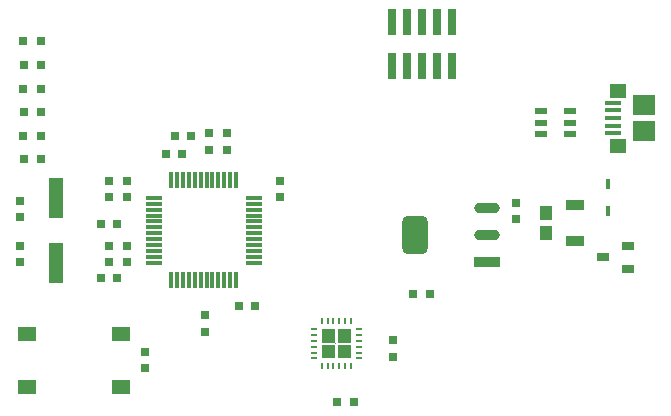
<source format=gtp>
G04*
G04 #@! TF.GenerationSoftware,Altium Limited,Altium Designer,22.0.2 (36)*
G04*
G04 Layer_Color=8421504*
%FSLAX25Y25*%
%MOIN*%
G70*
G04*
G04 #@! TF.SameCoordinates,77FB473F-6002-4E98-9841-083E989A2A2F*
G04*
G04*
G04 #@! TF.FilePolarity,Positive*
G04*
G01*
G75*
%ADD19R,0.03000X0.03000*%
%ADD20R,0.01811X0.03307*%
%ADD21R,0.05807X0.01181*%
%ADD22R,0.01181X0.05807*%
%ADD23R,0.04400X0.02400*%
%ADD24R,0.06102X0.05118*%
%ADD25R,0.03000X0.03000*%
%ADD26R,0.03150X0.03150*%
%ADD27R,0.02362X0.00984*%
%ADD28R,0.00984X0.02362*%
%ADD29R,0.00100X0.00100*%
%ADD30R,0.02992X0.08661*%
%ADD31R,0.04331X0.02559*%
%ADD32R,0.06496X0.03622*%
%ADD33R,0.04166X0.04748*%
G04:AMPARAMS|DCode=34|XSize=85.03mil|YSize=126.46mil|CornerRadius=17.86mil|HoleSize=0mil|Usage=FLASHONLY|Rotation=180.000|XOffset=0mil|YOffset=0mil|HoleType=Round|Shape=RoundedRectangle|*
%AMROUNDEDRECTD34*
21,1,0.08503,0.09075,0,0,180.0*
21,1,0.04932,0.12646,0,0,180.0*
1,1,0.03571,-0.02466,0.04538*
1,1,0.03571,0.02466,0.04538*
1,1,0.03571,0.02466,-0.04538*
1,1,0.03571,-0.02466,-0.04538*
%
%ADD34ROUNDEDRECTD34*%
G04:AMPARAMS|DCode=35|XSize=85.03mil|YSize=35.91mil|CornerRadius=17.96mil|HoleSize=0mil|Usage=FLASHONLY|Rotation=180.000|XOffset=0mil|YOffset=0mil|HoleType=Round|Shape=RoundedRectangle|*
%AMROUNDEDRECTD35*
21,1,0.08503,0.00000,0,0,180.0*
21,1,0.04911,0.03591,0,0,180.0*
1,1,0.03591,-0.02456,0.00000*
1,1,0.03591,0.02456,0.00000*
1,1,0.03591,0.02456,0.00000*
1,1,0.03591,-0.02456,0.00000*
%
%ADD35ROUNDEDRECTD35*%
%ADD36R,0.08503X0.03591*%
%ADD37R,0.05512X0.01575*%
%ADD38R,0.05709X0.04528*%
%ADD39R,0.07480X0.06890*%
%ADD40R,0.04724X0.13780*%
G36*
X437599Y268898D02*
X433071D01*
Y264370D01*
X437599D01*
Y268898D01*
D02*
G37*
G36*
Y274213D02*
X433071D01*
Y269685D01*
X437599D01*
Y274213D01*
D02*
G37*
G36*
X442913Y268898D02*
X438386D01*
Y264370D01*
X442913D01*
Y268898D01*
D02*
G37*
G36*
Y274213D02*
X438386D01*
Y269685D01*
X442913D01*
Y274213D01*
D02*
G37*
D19*
X443695Y250000D02*
D03*
X438195D02*
D03*
X469148Y285925D02*
D03*
X463648D02*
D03*
X333864Y362205D02*
D03*
X339364D02*
D03*
X364955Y291339D02*
D03*
X359455D02*
D03*
X405512Y281890D02*
D03*
X411012D02*
D03*
X386608Y332677D02*
D03*
X381108D02*
D03*
X364955Y309055D02*
D03*
X359455D02*
D03*
X333864Y346457D02*
D03*
X339364D02*
D03*
X389567Y338583D02*
D03*
X384067D02*
D03*
X333864Y330709D02*
D03*
X339364D02*
D03*
D20*
X528543Y313386D02*
D03*
Y322441D02*
D03*
D21*
X410386Y310039D02*
D03*
Y312008D02*
D03*
Y317913D02*
D03*
Y315945D02*
D03*
Y313976D02*
D03*
Y308071D02*
D03*
Y306102D02*
D03*
Y304134D02*
D03*
Y302165D02*
D03*
Y300197D02*
D03*
Y298228D02*
D03*
Y296260D02*
D03*
X377016D02*
D03*
Y298228D02*
D03*
Y300197D02*
D03*
Y302165D02*
D03*
Y304134D02*
D03*
Y306102D02*
D03*
Y308071D02*
D03*
Y310039D02*
D03*
Y312008D02*
D03*
Y313976D02*
D03*
Y315945D02*
D03*
Y317913D02*
D03*
D22*
X382874Y323772D02*
D03*
X384843D02*
D03*
X386811D02*
D03*
X388780D02*
D03*
X390748D02*
D03*
X392717D02*
D03*
X394685D02*
D03*
X396654D02*
D03*
X398622D02*
D03*
X400591D02*
D03*
X402559D02*
D03*
X404528D02*
D03*
Y290402D02*
D03*
X402559D02*
D03*
X400591D02*
D03*
X398622D02*
D03*
X396654D02*
D03*
X394685D02*
D03*
X392717D02*
D03*
X390748D02*
D03*
X388780D02*
D03*
X386811D02*
D03*
X384843D02*
D03*
X382874D02*
D03*
D23*
X515945Y339272D02*
D03*
Y346752D02*
D03*
X506102Y343012D02*
D03*
Y339272D02*
D03*
Y346752D02*
D03*
X515945Y343012D02*
D03*
D24*
X334744Y272638D02*
D03*
X366043D02*
D03*
X334744Y254921D02*
D03*
X366043D02*
D03*
D25*
X394094Y273228D02*
D03*
Y278728D02*
D03*
X497894Y310734D02*
D03*
Y316234D02*
D03*
X419291Y318116D02*
D03*
Y323616D02*
D03*
X368110Y318116D02*
D03*
Y323616D02*
D03*
X362205Y318116D02*
D03*
Y323616D02*
D03*
X368110Y296463D02*
D03*
Y301963D02*
D03*
X362205Y296463D02*
D03*
Y301963D02*
D03*
X374016Y261030D02*
D03*
Y266530D02*
D03*
X332677Y301963D02*
D03*
Y296463D02*
D03*
Y311429D02*
D03*
Y316929D02*
D03*
X456693Y270467D02*
D03*
Y264967D02*
D03*
X395669Y333864D02*
D03*
Y339364D02*
D03*
X401575Y333864D02*
D03*
Y339364D02*
D03*
D26*
X339567Y370079D02*
D03*
X333661D02*
D03*
X339567Y338583D02*
D03*
X333661D02*
D03*
X339567Y354331D02*
D03*
X333661D02*
D03*
D27*
X430512Y274213D02*
D03*
Y272244D02*
D03*
Y270276D02*
D03*
Y268307D02*
D03*
Y266339D02*
D03*
Y264370D02*
D03*
X445472D02*
D03*
Y266339D02*
D03*
Y268307D02*
D03*
Y270276D02*
D03*
Y272244D02*
D03*
Y274213D02*
D03*
D28*
X433071Y261811D02*
D03*
X435039D02*
D03*
X437008D02*
D03*
X438976D02*
D03*
X440945D02*
D03*
X442913D02*
D03*
Y276772D02*
D03*
X440945D02*
D03*
X438976D02*
D03*
X437008D02*
D03*
X435039D02*
D03*
X433071D02*
D03*
D29*
X437992Y269291D02*
D03*
D30*
X456535Y376378D02*
D03*
X461535D02*
D03*
X466535D02*
D03*
X471535D02*
D03*
X476535D02*
D03*
X456535Y361811D02*
D03*
X461535D02*
D03*
X466535D02*
D03*
X471535D02*
D03*
X476535D02*
D03*
D31*
X526772Y298031D02*
D03*
X535040Y301811D02*
D03*
Y294252D02*
D03*
D32*
X517579Y315472D02*
D03*
Y303622D02*
D03*
D33*
X507736Y306295D02*
D03*
Y312800D02*
D03*
D34*
X464326Y305610D02*
D03*
D35*
X488155Y314665D02*
D03*
Y305610D02*
D03*
D36*
Y296555D02*
D03*
D37*
X530059Y339370D02*
D03*
Y341929D02*
D03*
Y344488D02*
D03*
Y347047D02*
D03*
Y349606D02*
D03*
D38*
X531713Y335354D02*
D03*
Y353622D02*
D03*
D39*
X540492Y340059D02*
D03*
Y348917D02*
D03*
D40*
X344488Y317913D02*
D03*
Y296260D02*
D03*
M02*

</source>
